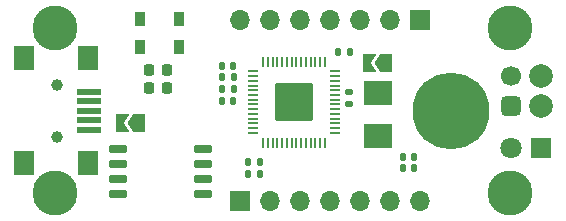
<source format=gbr>
%TF.GenerationSoftware,KiCad,Pcbnew,6.0.4*%
%TF.CreationDate,2022-07-04T15:33:55+01:00*%
%TF.ProjectId,bob,626f622e-6b69-4636-9164-5f7063625858,rev?*%
%TF.SameCoordinates,Original*%
%TF.FileFunction,Soldermask,Top*%
%TF.FilePolarity,Negative*%
%FSLAX46Y46*%
G04 Gerber Fmt 4.6, Leading zero omitted, Abs format (unit mm)*
G04 Created by KiCad (PCBNEW 6.0.4) date 2022-07-04 15:33:55*
%MOMM*%
%LPD*%
G01*
G04 APERTURE LIST*
G04 Aperture macros list*
%AMRoundRect*
0 Rectangle with rounded corners*
0 $1 Rounding radius*
0 $2 $3 $4 $5 $6 $7 $8 $9 X,Y pos of 4 corners*
0 Add a 4 corners polygon primitive as box body*
4,1,4,$2,$3,$4,$5,$6,$7,$8,$9,$2,$3,0*
0 Add four circle primitives for the rounded corners*
1,1,$1+$1,$2,$3*
1,1,$1+$1,$4,$5*
1,1,$1+$1,$6,$7*
1,1,$1+$1,$8,$9*
0 Add four rect primitives between the rounded corners*
20,1,$1+$1,$2,$3,$4,$5,0*
20,1,$1+$1,$4,$5,$6,$7,0*
20,1,$1+$1,$6,$7,$8,$9,0*
20,1,$1+$1,$8,$9,$2,$3,0*%
%AMFreePoly0*
4,1,6,0.500000,-0.750000,-0.650000,-0.750000,-0.150000,0.000000,-0.650000,0.750000,0.500000,0.750000,0.500000,-0.750000,0.500000,-0.750000,$1*%
%AMFreePoly1*
4,1,6,1.000000,0.000000,0.500000,-0.750000,-0.500000,-0.750000,-0.500000,0.750000,0.500000,0.750000,1.000000,0.000000,1.000000,0.000000,$1*%
G04 Aperture macros list end*
%ADD10O,1.700000X1.700000*%
%ADD11R,1.700000X1.700000*%
%ADD12R,0.900000X1.200000*%
%ADD13RoundRect,0.225000X-0.225000X-0.250000X0.225000X-0.250000X0.225000X0.250000X-0.225000X0.250000X0*%
%ADD14C,6.500000*%
%ADD15C,2.000000*%
%ADD16RoundRect,0.425000X0.425000X-0.425000X0.425000X0.425000X-0.425000X0.425000X-0.425000X-0.425000X0*%
%ADD17C,1.700000*%
%ADD18R,1.700000X2.000000*%
%ADD19R,2.000000X0.500000*%
%ADD20C,1.000000*%
%ADD21C,1.800000*%
%ADD22R,1.800000X1.800000*%
%ADD23C,3.800000*%
%ADD24RoundRect,0.050000X0.387500X-0.050000X0.387500X0.050000X-0.387500X0.050000X-0.387500X-0.050000X0*%
%ADD25RoundRect,0.050000X0.050000X-0.387500X0.050000X0.387500X-0.050000X0.387500X-0.050000X-0.387500X0*%
%ADD26RoundRect,0.144000X1.456000X-1.456000X1.456000X1.456000X-1.456000X1.456000X-1.456000X-1.456000X0*%
%ADD27RoundRect,0.150000X-0.650000X-0.150000X0.650000X-0.150000X0.650000X0.150000X-0.650000X0.150000X0*%
%ADD28RoundRect,0.140000X-0.140000X-0.170000X0.140000X-0.170000X0.140000X0.170000X-0.140000X0.170000X0*%
%ADD29R,2.400000X2.000000*%
%ADD30RoundRect,0.135000X0.135000X0.185000X-0.135000X0.185000X-0.135000X-0.185000X0.135000X-0.185000X0*%
%ADD31RoundRect,0.135000X-0.185000X0.135000X-0.185000X-0.135000X0.185000X-0.135000X0.185000X0.135000X0*%
%ADD32FreePoly0,180.000000*%
%ADD33FreePoly1,180.000000*%
%ADD34RoundRect,0.140000X0.140000X0.170000X-0.140000X0.170000X-0.140000X-0.170000X0.140000X-0.170000X0*%
G04 APERTURE END LIST*
D10*
%TO.C,J1*%
X38109164Y-17820000D03*
X40649164Y-17820000D03*
X43189164Y-17820000D03*
X45729164Y-17820000D03*
X48269164Y-17820000D03*
X50809164Y-17820000D03*
D11*
X53349164Y-17820000D03*
%TD*%
D12*
%TO.C,D2*%
X29649164Y-20130000D03*
X32949164Y-20130000D03*
%TD*%
%TO.C,D1*%
X29649164Y-17780000D03*
X32949164Y-17780000D03*
%TD*%
D13*
%TO.C,C5*%
X30399164Y-23580000D03*
X31949164Y-23580000D03*
%TD*%
%TO.C,C3*%
X30399164Y-22080000D03*
X31949164Y-22080000D03*
%TD*%
D14*
%TO.C,SW1*%
X56000000Y-25500000D03*
%TD*%
D15*
%TO.C,J3*%
X63590000Y-22540000D03*
X63590000Y-25080000D03*
D16*
X61050000Y-25080000D03*
D17*
X61050000Y-22540000D03*
%TD*%
D10*
%TO.C,J4*%
X53349164Y-33180000D03*
X50809164Y-33180000D03*
X48269164Y-33180000D03*
X45729164Y-33180000D03*
X43189164Y-33180000D03*
X40649164Y-33180000D03*
D11*
X38109164Y-33180000D03*
%TD*%
D18*
%TO.C,J2*%
X19799164Y-29950000D03*
X19799164Y-21050000D03*
X25249164Y-29950000D03*
X25249164Y-21050000D03*
D19*
X25349164Y-27100000D03*
X25349164Y-26300000D03*
X25349164Y-25500000D03*
X25349164Y-24700000D03*
X25349164Y-23900000D03*
D20*
X22649164Y-23300000D03*
X22649164Y-27700000D03*
%TD*%
D21*
%TO.C,D3*%
X61049164Y-28680000D03*
D22*
X63589164Y-28680000D03*
%TD*%
D23*
%TO.C,H1*%
X22500000Y-18500000D03*
%TD*%
%TO.C,H4*%
X61000000Y-32500000D03*
%TD*%
%TO.C,H2*%
X61000000Y-18500000D03*
%TD*%
%TO.C,H3*%
X22500000Y-32500000D03*
%TD*%
D24*
%TO.C,U1*%
X39262500Y-27380000D03*
X39262500Y-26980000D03*
X39262500Y-26580000D03*
X39262500Y-26180000D03*
X39262500Y-25780000D03*
X39262500Y-25380000D03*
X39262500Y-24980000D03*
X39262500Y-24580000D03*
X39262500Y-24180000D03*
X39262500Y-23780000D03*
X39262500Y-23380000D03*
X39262500Y-22980000D03*
X39262500Y-22580000D03*
X39262500Y-22180000D03*
D25*
X40100000Y-21342500D03*
X40500000Y-21342500D03*
X40900000Y-21342500D03*
X41300000Y-21342500D03*
X41700000Y-21342500D03*
X42100000Y-21342500D03*
X42500000Y-21342500D03*
X42900000Y-21342500D03*
X43300000Y-21342500D03*
X43700000Y-21342500D03*
X44100000Y-21342500D03*
X44500000Y-21342500D03*
X44900000Y-21342500D03*
X45300000Y-21342500D03*
D24*
X46137500Y-22180000D03*
X46137500Y-22580000D03*
X46137500Y-22980000D03*
X46137500Y-23380000D03*
X46137500Y-23780000D03*
X46137500Y-24180000D03*
X46137500Y-24580000D03*
X46137500Y-24980000D03*
X46137500Y-25380000D03*
X46137500Y-25780000D03*
X46137500Y-26180000D03*
X46137500Y-26580000D03*
X46137500Y-26980000D03*
X46137500Y-27380000D03*
D25*
X45300000Y-28217500D03*
X44900000Y-28217500D03*
X44500000Y-28217500D03*
X44100000Y-28217500D03*
X43700000Y-28217500D03*
X43300000Y-28217500D03*
X42900000Y-28217500D03*
X42500000Y-28217500D03*
X42100000Y-28217500D03*
X41700000Y-28217500D03*
X41300000Y-28217500D03*
X40900000Y-28217500D03*
X40500000Y-28217500D03*
X40100000Y-28217500D03*
D26*
X42700000Y-24780000D03*
%TD*%
D27*
%TO.C,U2*%
X35000000Y-28770000D03*
X35000000Y-30040000D03*
X35000000Y-31310000D03*
X35000000Y-32580000D03*
X27800000Y-32580000D03*
X27800000Y-31310000D03*
X27800000Y-30040000D03*
X27800000Y-28770000D03*
%TD*%
D28*
%TO.C,C1*%
X47400000Y-20500000D03*
X46440000Y-20500000D03*
%TD*%
D29*
%TO.C,Y1*%
X49800000Y-23980000D03*
X49800000Y-27680000D03*
%TD*%
D30*
%TO.C,R5*%
X38799164Y-30830000D03*
X39819164Y-30830000D03*
%TD*%
D31*
%TO.C,R4*%
X47350000Y-24950000D03*
X47350000Y-23930000D03*
%TD*%
D30*
%TO.C,R2*%
X36600000Y-22680000D03*
X37620000Y-22680000D03*
%TD*%
%TO.C,R3*%
X36600000Y-23680000D03*
X37620000Y-23680000D03*
%TD*%
D32*
%TO.C,JP1*%
X49049164Y-21480000D03*
D33*
X50499164Y-21480000D03*
%TD*%
D32*
%TO.C,JP2*%
X28150000Y-26560000D03*
D33*
X29600000Y-26560000D03*
%TD*%
D34*
%TO.C,C2*%
X36610000Y-21680000D03*
X37570000Y-21680000D03*
%TD*%
%TO.C,C8*%
X39800000Y-29830000D03*
X38840000Y-29830000D03*
%TD*%
%TO.C,C6*%
X36610000Y-24680000D03*
X37570000Y-24680000D03*
%TD*%
%TO.C,C7*%
X52899164Y-29430000D03*
X51939164Y-29430000D03*
%TD*%
%TO.C,C9*%
X51939164Y-30380000D03*
X52899164Y-30380000D03*
%TD*%
M02*

</source>
